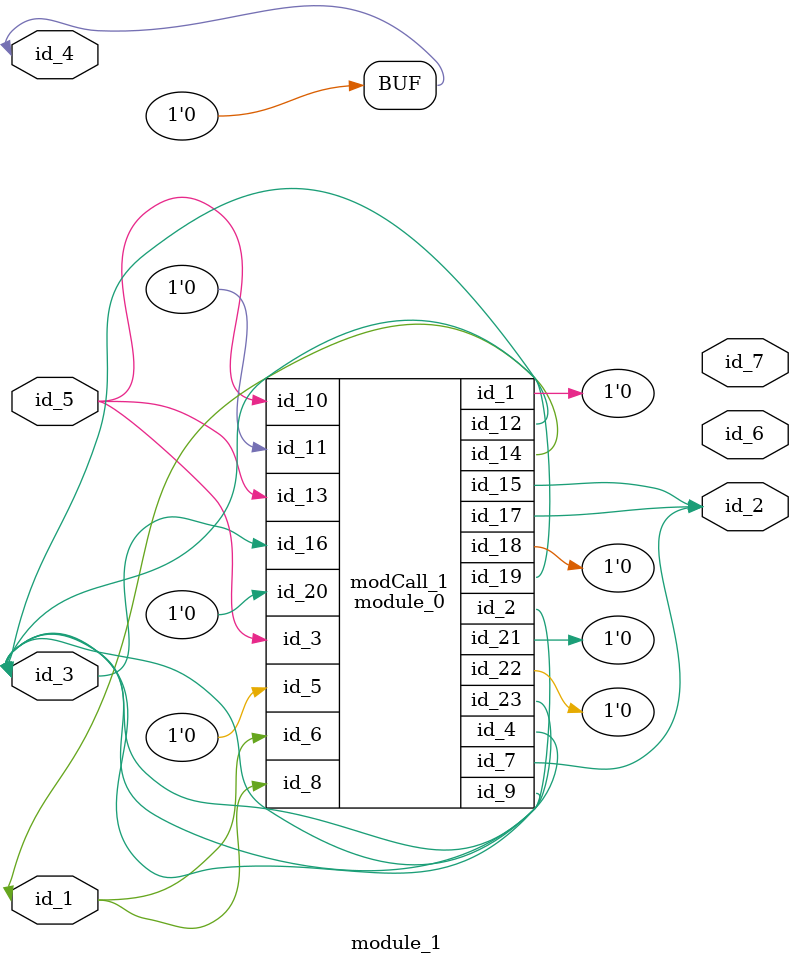
<source format=v>
module module_0 (
    id_1,
    id_2,
    id_3,
    id_4,
    id_5,
    id_6,
    id_7,
    id_8,
    id_9,
    id_10,
    id_11,
    id_12,
    id_13,
    id_14,
    id_15,
    id_16,
    id_17,
    id_18,
    id_19,
    id_20,
    id_21,
    id_22,
    id_23
);
  output wire id_23;
  output wire id_22;
  inout wire id_21;
  input wire id_20;
  output wire id_19;
  output wire id_18;
  output wire id_17;
  input wire id_16;
  output wire id_15;
  inout wire id_14;
  input wire id_13;
  inout wire id_12;
  input wire id_11;
  input wire id_10;
  inout wire id_9;
  input wire id_8;
  output wire id_7;
  input wire id_6;
  input wire id_5;
  inout wire id_4;
  input wire id_3;
  inout wire id_2;
  output wire id_1;
  wire id_24 = id_13;
endmodule
module module_1 (
    id_1,
    id_2,
    id_3,
    id_4,
    id_5,
    id_6,
    id_7
);
  output wire id_7;
  output wire id_6;
  input wire id_5;
  inout wire id_4;
  inout wire id_3;
  output wire id_2;
  inout wire id_1;
  assign {1'b0 | 1 | 1'h0 | 1 < 1, id_4, 1'h0} = 1;
  module_0 modCall_1 (
      id_4,
      id_3,
      id_5,
      id_3,
      id_4,
      id_1,
      id_2,
      id_1,
      id_3,
      id_5,
      id_4,
      id_3,
      id_5,
      id_1,
      id_2,
      id_3,
      id_2,
      id_4,
      id_3,
      id_4,
      id_4,
      id_4,
      id_3
  );
endmodule

</source>
